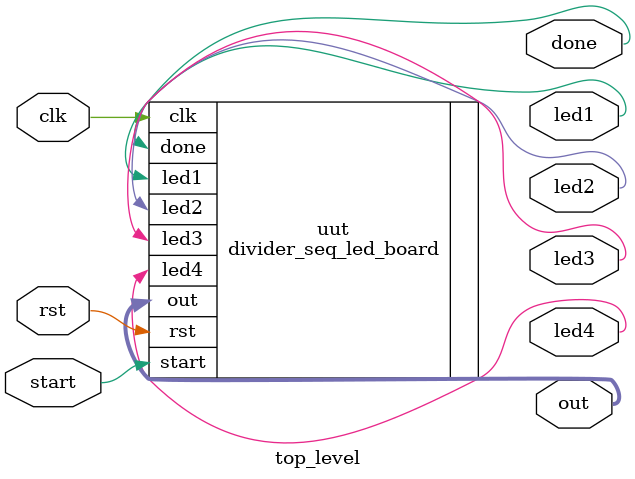
<source format=v>
`timescale 1ns/1ns

module top_level(input clk, input rst, input start, output wire done, output wire [6:0] out, output wire led1, output wire led2, output wire led3, output wire led4);
    divider_seq_led_board uut(
        .clk    (clk),
        .rst    (rst),
        .start  (start),
        .done   (done),
        .out    (out),
        .led1   (led1),
        .led2   (led2),
        .led3   (led3),
        .led4   (led4)
    );
endmodule

</source>
